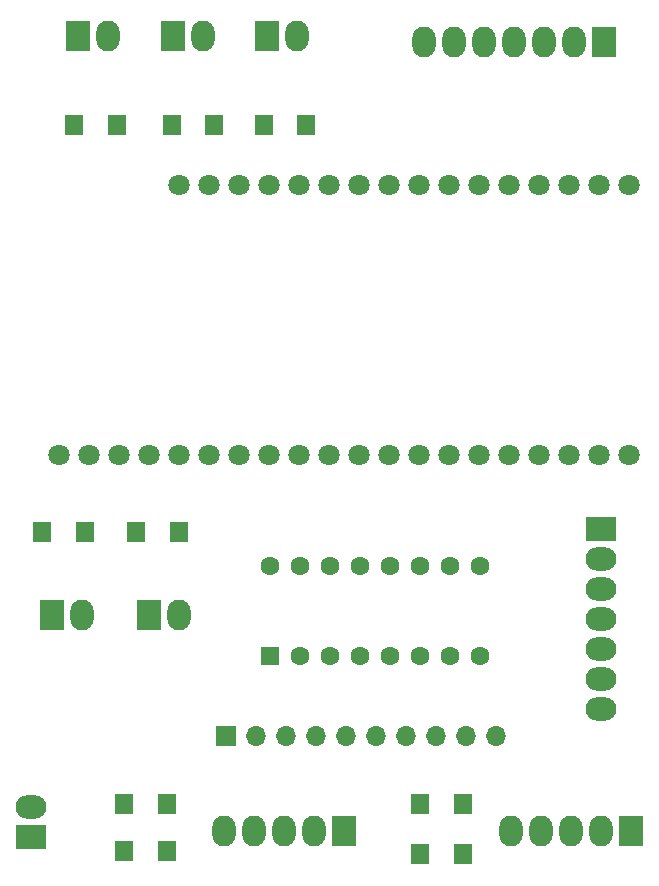
<source format=gts>
G04 #@! TF.GenerationSoftware,KiCad,Pcbnew,(5.1.8)-1*
G04 #@! TF.CreationDate,2021-06-27T16:21:37+02:00*
G04 #@! TF.ProjectId,sdr-controller,7364722d-636f-46e7-9472-6f6c6c65722e,rev?*
G04 #@! TF.SameCoordinates,Original*
G04 #@! TF.FileFunction,Soldermask,Top*
G04 #@! TF.FilePolarity,Negative*
%FSLAX46Y46*%
G04 Gerber Fmt 4.6, Leading zero omitted, Abs format (unit mm)*
G04 Created by KiCad (PCBNEW (5.1.8)-1) date 2021-06-27 16:21:37*
%MOMM*%
%LPD*%
G01*
G04 APERTURE LIST*
%ADD10R,2.000000X2.600000*%
%ADD11O,2.000000X2.600000*%
%ADD12R,2.600000X2.000000*%
%ADD13O,2.600000X2.000000*%
%ADD14R,1.500000X1.800000*%
%ADD15C,1.800000*%
%ADD16C,1.600000*%
%ADD17R,1.600000X1.600000*%
%ADD18R,1.700000X1.700000*%
%ADD19O,1.700000X1.700000*%
G04 APERTURE END LIST*
D10*
X97830000Y-109250000D03*
D11*
X95290000Y-109250000D03*
X92750000Y-109250000D03*
X90210000Y-109250000D03*
X87670000Y-109250000D03*
D10*
X73500000Y-109250000D03*
D11*
X70960000Y-109250000D03*
X68420000Y-109250000D03*
X65880000Y-109250000D03*
X63340000Y-109250000D03*
D12*
X47000000Y-109750000D03*
D13*
X47000000Y-107210000D03*
D10*
X95500000Y-42500000D03*
D11*
X92960000Y-42500000D03*
X90420000Y-42500000D03*
X87880000Y-42500000D03*
X85340000Y-42500000D03*
X82800000Y-42500000D03*
X80260000Y-42500000D03*
D12*
X95250000Y-83750000D03*
D13*
X95250000Y-86290000D03*
X95250000Y-88830000D03*
X95250000Y-91370000D03*
X95250000Y-93910000D03*
X95250000Y-96450000D03*
X95250000Y-98990000D03*
D10*
X51000000Y-42000000D03*
D11*
X53540000Y-42000000D03*
D10*
X59000000Y-42000000D03*
D11*
X61540000Y-42000000D03*
D10*
X57000000Y-91000000D03*
D11*
X59540000Y-91000000D03*
D10*
X48750000Y-91000000D03*
D11*
X51290000Y-91000000D03*
D10*
X67000000Y-42000000D03*
D11*
X69540000Y-42000000D03*
D14*
X54250000Y-49500000D03*
X50650000Y-49500000D03*
X62500000Y-49500000D03*
X58900000Y-49500000D03*
X59500000Y-84000000D03*
X55900000Y-84000000D03*
X51550000Y-84000000D03*
X47950000Y-84000000D03*
X70300000Y-49500000D03*
X66700000Y-49500000D03*
D15*
X49370000Y-77430000D03*
X51910000Y-77430000D03*
X54450000Y-77430000D03*
X56990000Y-77430000D03*
X59530000Y-77430000D03*
X62070000Y-77430000D03*
X64610000Y-77430000D03*
X67150000Y-77430000D03*
X69690000Y-77430000D03*
X72230000Y-77430000D03*
X74770000Y-77430000D03*
X77310000Y-77430000D03*
X59530000Y-54570000D03*
X62070000Y-54570000D03*
X64610000Y-54570000D03*
X67150000Y-54570000D03*
X69690000Y-54570000D03*
X72230000Y-54570000D03*
X74770000Y-54570000D03*
X77310000Y-54570000D03*
X79850000Y-54570000D03*
X82390000Y-54570000D03*
X84930000Y-54570000D03*
X87470000Y-54570000D03*
X90010000Y-54570000D03*
X92550000Y-54570000D03*
X95090000Y-54570000D03*
X97630000Y-54570000D03*
X79850000Y-77430000D03*
X82390000Y-77430000D03*
X84930000Y-77430000D03*
X87470000Y-77430000D03*
X90010000Y-77430000D03*
X92550000Y-77430000D03*
X95090000Y-77430000D03*
X97630000Y-77430000D03*
D16*
X85030000Y-86880000D03*
X85030000Y-94500000D03*
X67250000Y-86880000D03*
X69790000Y-86880000D03*
X72330000Y-86880000D03*
X74870000Y-86880000D03*
X77410000Y-86880000D03*
X79950000Y-86880000D03*
X82490000Y-86880000D03*
X82490000Y-94500000D03*
X79950000Y-94500000D03*
X77410000Y-94500000D03*
X74870000Y-94500000D03*
X72330000Y-94500000D03*
X69790000Y-94500000D03*
D17*
X67250000Y-94500000D03*
D14*
X58500000Y-111000000D03*
X54900000Y-111000000D03*
X83550000Y-111250000D03*
X79950000Y-111250000D03*
X58500000Y-107000000D03*
X54900000Y-107000000D03*
X83550000Y-107000000D03*
X79950000Y-107000000D03*
D18*
X63500000Y-101250000D03*
D19*
X66040000Y-101250000D03*
X68580000Y-101250000D03*
X71120000Y-101250000D03*
X73660000Y-101250000D03*
X76200000Y-101250000D03*
X78740000Y-101250000D03*
X81280000Y-101250000D03*
X83820000Y-101250000D03*
X86360000Y-101250000D03*
M02*

</source>
